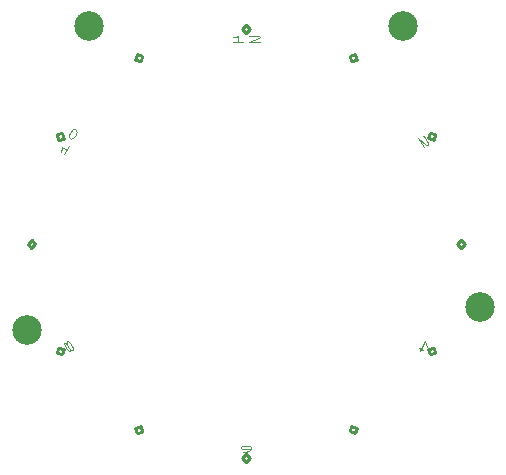
<source format=gbr>
%TF.GenerationSoftware,KiCad,Pcbnew,6.0.7-1.fc35*%
%TF.CreationDate,2022-12-09T22:28:57+01:00*%
%TF.ProjectId,ring,72696e67-2e6b-4696-9361-645f70636258,rev?*%
%TF.SameCoordinates,Original*%
%TF.FileFunction,Copper,L1,Top*%
%TF.FilePolarity,Positive*%
%FSLAX46Y46*%
G04 Gerber Fmt 4.6, Leading zero omitted, Abs format (unit mm)*
G04 Created by KiCad (PCBNEW 6.0.7-1.fc35) date 2022-12-09 22:28:57*
%MOMM*%
%LPD*%
G01*
G04 APERTURE LIST*
%TA.AperFunction,NonConductor*%
%ADD10C,0.250000*%
%TD*%
%ADD11C,0.125000*%
%TA.AperFunction,NonConductor*%
%ADD12C,0.125000*%
%TD*%
%TA.AperFunction,ViaPad*%
%ADD13C,2.500000*%
%TD*%
G04 APERTURE END LIST*
D10*
X160390000Y-111121470D02*
X160519449Y-110665682D01*
X166702021Y-104465788D02*
X166586233Y-104006339D01*
X166705682Y-85720551D02*
X166576233Y-86176339D01*
X151140000Y-113600000D02*
X151480000Y-113270000D01*
X160390000Y-79078530D02*
X159930551Y-79194318D01*
X150810000Y-113260000D02*
X151150000Y-112930000D01*
X169640000Y-95100000D02*
X169310000Y-94760000D01*
X159934212Y-110992021D02*
X160063661Y-110536233D01*
X151140000Y-113600000D02*
X151480000Y-113270000D01*
X166705682Y-85720551D02*
X166576233Y-86176339D01*
X160390000Y-111121470D02*
X160519449Y-110665682D01*
X160390000Y-79078530D02*
X159930551Y-79194318D01*
X167161470Y-104350000D02*
X167045682Y-103890551D01*
X132640000Y-95100000D02*
X132980000Y-94770000D01*
X151140000Y-76600000D02*
X151470000Y-76940000D01*
X160519449Y-110665682D02*
X160063661Y-110536233D01*
X135577979Y-85734212D02*
X135693767Y-86193661D01*
X169640000Y-95100000D02*
X169300000Y-95430000D01*
X167161470Y-85850000D02*
X166705682Y-85720551D01*
X135118530Y-85850000D02*
X135577979Y-85734212D01*
X142349449Y-111005682D02*
X142233661Y-110546233D01*
X142345788Y-79207979D02*
X142216339Y-79663767D01*
X141774212Y-110662021D02*
X142233661Y-110546233D01*
X150800000Y-76930000D02*
X151130000Y-77270000D01*
X169640000Y-95100000D02*
X169310000Y-94760000D01*
X135247979Y-103894212D02*
X135703767Y-104023661D01*
X135247979Y-103894212D02*
X135703767Y-104023661D01*
X167161470Y-104350000D02*
X166702021Y-104465788D01*
X141890000Y-111121470D02*
X142349449Y-111005682D01*
X160390000Y-111121470D02*
X160519449Y-110665682D01*
X142349449Y-111005682D02*
X142233661Y-110546233D01*
X160390000Y-79078530D02*
X159930551Y-79194318D01*
X135118530Y-85850000D02*
X135234318Y-86309449D01*
X167032021Y-86305788D02*
X166576233Y-86176339D01*
X132980000Y-94770000D02*
X133310000Y-95110000D01*
X132980000Y-94770000D02*
X133310000Y-95110000D01*
X167032021Y-86305788D02*
X166576233Y-86176339D01*
X160390000Y-111121470D02*
X159934212Y-110992021D01*
X151140000Y-113600000D02*
X150810000Y-113260000D01*
X151140000Y-76600000D02*
X150800000Y-76930000D01*
X141774212Y-110662021D02*
X142233661Y-110546233D01*
X132640000Y-95100000D02*
X132970000Y-95440000D01*
X141760551Y-79534318D02*
X142216339Y-79663767D01*
X151470000Y-76940000D02*
X151130000Y-77270000D01*
X135577979Y-85734212D02*
X135693767Y-86193661D01*
X151480000Y-113270000D02*
X151150000Y-112930000D01*
X150810000Y-113260000D02*
X151150000Y-112930000D01*
X141890000Y-79078530D02*
X141760551Y-79534318D01*
X135574318Y-104479449D02*
X135703767Y-104023661D01*
X151470000Y-76940000D02*
X151130000Y-77270000D01*
X132640000Y-95100000D02*
X132970000Y-95440000D01*
X159934212Y-110992021D02*
X160063661Y-110536233D01*
X159930551Y-79194318D02*
X160046339Y-79653767D01*
X132640000Y-95100000D02*
X132970000Y-95440000D01*
X160505788Y-79537979D02*
X160046339Y-79653767D01*
X167032021Y-86305788D02*
X166576233Y-86176339D01*
X135234318Y-86309449D02*
X135693767Y-86193661D01*
X135118530Y-104350000D02*
X135574318Y-104479449D01*
X160519449Y-110665682D02*
X160063661Y-110536233D01*
X150810000Y-113260000D02*
X151150000Y-112930000D01*
X151480000Y-113270000D02*
X151150000Y-112930000D01*
X166702021Y-104465788D02*
X166586233Y-104006339D01*
X169310000Y-94760000D02*
X168970000Y-95090000D01*
X135234318Y-86309449D02*
X135693767Y-86193661D01*
X169300000Y-95430000D02*
X168970000Y-95090000D01*
X167161470Y-85850000D02*
X167032021Y-86305788D01*
X141890000Y-111121470D02*
X142349449Y-111005682D01*
X141890000Y-79078530D02*
X142345788Y-79207979D01*
X167045682Y-103890551D02*
X166586233Y-104006339D01*
X141760551Y-79534318D02*
X142216339Y-79663767D01*
X135118530Y-104350000D02*
X135247979Y-103894212D01*
X167161470Y-104350000D02*
X167045682Y-103890551D01*
X141890000Y-79078530D02*
X141760551Y-79534318D01*
X142345788Y-79207979D02*
X142216339Y-79663767D01*
X167161470Y-104350000D02*
X167045682Y-103890551D01*
X167045682Y-103890551D02*
X166586233Y-104006339D01*
X151480000Y-113270000D02*
X151150000Y-112930000D01*
X132970000Y-95440000D02*
X133310000Y-95110000D01*
X169310000Y-94760000D02*
X168970000Y-95090000D01*
X160390000Y-79078530D02*
X160505788Y-79537979D01*
X169300000Y-95430000D02*
X168970000Y-95090000D01*
X135247979Y-103894212D02*
X135703767Y-104023661D01*
X166702021Y-104465788D02*
X166586233Y-104006339D01*
X151470000Y-76940000D02*
X151130000Y-77270000D01*
X132980000Y-94770000D02*
X133310000Y-95110000D01*
X166705682Y-85720551D02*
X166576233Y-86176339D01*
X135574318Y-104479449D02*
X135703767Y-104023661D01*
X135234318Y-86309449D02*
X135693767Y-86193661D01*
X141890000Y-111121470D02*
X141774212Y-110662021D01*
X135118530Y-85850000D02*
X135234318Y-86309449D01*
X142345788Y-79207979D02*
X142216339Y-79663767D01*
X135118530Y-104350000D02*
X135574318Y-104479449D01*
X151140000Y-76600000D02*
X150800000Y-76930000D01*
X141890000Y-79078530D02*
X141760551Y-79534318D01*
X135577979Y-85734212D02*
X135693767Y-86193661D01*
X160505788Y-79537979D02*
X160046339Y-79653767D01*
X141760551Y-79534318D02*
X142216339Y-79663767D01*
X132970000Y-95440000D02*
X133310000Y-95110000D01*
X135118530Y-104350000D02*
X135574318Y-104479449D01*
X151140000Y-76600000D02*
X150800000Y-76930000D01*
X160505788Y-79537979D02*
X160046339Y-79653767D01*
X135118530Y-85850000D02*
X135234318Y-86309449D01*
X142349449Y-111005682D02*
X142233661Y-110546233D01*
X169640000Y-95100000D02*
X169310000Y-94760000D01*
X141774212Y-110662021D02*
X142233661Y-110546233D01*
X167161470Y-85850000D02*
X166705682Y-85720551D01*
X167161470Y-85850000D02*
X166705682Y-85720551D01*
X159930551Y-79194318D02*
X160046339Y-79653767D01*
X167045682Y-103890551D02*
X166586233Y-104006339D01*
X132970000Y-95440000D02*
X133310000Y-95110000D01*
X141890000Y-111121470D02*
X142349449Y-111005682D01*
X169310000Y-94760000D02*
X168970000Y-95090000D01*
X135574318Y-104479449D02*
X135703767Y-104023661D01*
X159930551Y-79194318D02*
X160046339Y-79653767D01*
X150800000Y-76930000D02*
X151130000Y-77270000D01*
X169300000Y-95430000D02*
X168970000Y-95090000D01*
X160519449Y-110665682D02*
X160063661Y-110536233D01*
X151140000Y-113600000D02*
X151480000Y-113270000D01*
X150800000Y-76930000D02*
X151130000Y-77270000D01*
X159934212Y-110992021D02*
X160063661Y-110536233D01*
D11*
D12*
X136151567Y-103918116D02*
X136202376Y-104053739D01*
X136217470Y-104127503D01*
X136211945Y-104213171D01*
X136191326Y-104225076D01*
X136114372Y-104187027D01*
X136058038Y-104137072D01*
X135965990Y-104025259D01*
X135823133Y-103777823D01*
X135772324Y-103642201D01*
X135757229Y-103568437D01*
X135762754Y-103482768D01*
X135783374Y-103470864D01*
X135860328Y-103508913D01*
X135916662Y-103558867D01*
X136008710Y-103670680D01*
X136151567Y-103918116D01*
X136243615Y-104029929D01*
X136299949Y-104079884D01*
X136376903Y-104117933D01*
X136459381Y-104070314D01*
X136464906Y-103984646D01*
X136449812Y-103910882D01*
X136399003Y-103775259D01*
X136256146Y-103527823D01*
X136164097Y-103416010D01*
X136107763Y-103366056D01*
X136030810Y-103328007D01*
X135948331Y-103375626D01*
X135942806Y-103461294D01*
X135957901Y-103535058D01*
X136008710Y-103670680D01*
D11*
D12*
X166129912Y-85951114D02*
X166186246Y-86001068D01*
X166278295Y-86112881D01*
X166456866Y-86422176D01*
X166507675Y-86557798D01*
X166522770Y-86631562D01*
X166517245Y-86717231D01*
X166476005Y-86741040D01*
X166378432Y-86714895D01*
X165702425Y-86115445D01*
X166166711Y-86919611D01*
D11*
D12*
X136185077Y-86795270D02*
X135756506Y-87537577D01*
X135970791Y-87166423D02*
X135537779Y-86916423D01*
X135528209Y-87075856D01*
X135498020Y-87223383D01*
X135447211Y-87359006D01*
X136216350Y-85741103D02*
X136287779Y-85617385D01*
X136379827Y-85505572D01*
X136436161Y-85455618D01*
X136513114Y-85417568D01*
X136631307Y-85403329D01*
X136734406Y-85462852D01*
X136781170Y-85572330D01*
X136786695Y-85657999D01*
X136771600Y-85731763D01*
X136720791Y-85867385D01*
X136649363Y-85991103D01*
X136557315Y-86102916D01*
X136500981Y-86152870D01*
X136424027Y-86190920D01*
X136305834Y-86205160D01*
X136202736Y-86145636D01*
X136155972Y-86036158D01*
X136150447Y-85950490D01*
X136165541Y-85876726D01*
X136216350Y-85741103D01*
D11*
D12*
X166097883Y-104066268D02*
X165809208Y-103899601D01*
X166441411Y-103852211D02*
X166310688Y-103364345D01*
X165846402Y-104168511D01*
D11*
D12*
X150853925Y-112703707D02*
X151139640Y-112703707D01*
X151282497Y-112679898D01*
X151353925Y-112656088D01*
X151496782Y-112584659D01*
X151568211Y-112489421D01*
X151568211Y-112298945D01*
X151496782Y-112251326D01*
X151425354Y-112227517D01*
X151282497Y-112203707D01*
X150996782Y-112203707D01*
X150853925Y-112227517D01*
X150782497Y-112251326D01*
X150711068Y-112298945D01*
X150711068Y-112417993D01*
X150782497Y-112465612D01*
X150853925Y-112489421D01*
X150996782Y-112513231D01*
X151282497Y-112513231D01*
X151425354Y-112489421D01*
X151496782Y-112465612D01*
X151568211Y-112417993D01*
D11*
D12*
X150854645Y-77996292D02*
X149997502Y-77996292D01*
X150426074Y-77996292D02*
X150426074Y-77496292D01*
X150283217Y-77567721D01*
X150140360Y-77615340D01*
X149997502Y-77639149D01*
X151426074Y-77543911D02*
X151497502Y-77520102D01*
X151640360Y-77496292D01*
X151997502Y-77496292D01*
X152140360Y-77520102D01*
X152211788Y-77543911D01*
X152283217Y-77591530D01*
X152283217Y-77639149D01*
X152211788Y-77710578D01*
X151354645Y-77996292D01*
X152283217Y-77996292D01*
D13*
%TO.N,*%
X170930000Y-100470000D03*
X137820000Y-76680000D03*
X164460000Y-76680000D03*
X132580000Y-102370000D03*
%TD*%
M02*

</source>
